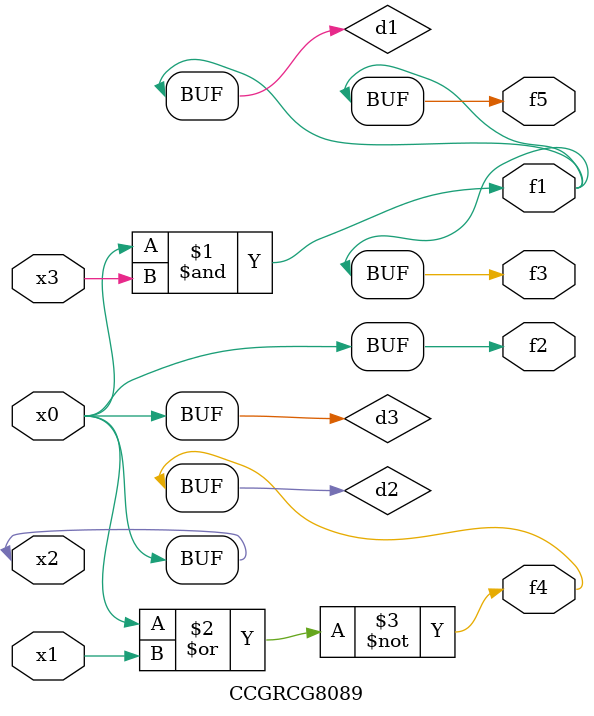
<source format=v>
module CCGRCG8089(
	input x0, x1, x2, x3,
	output f1, f2, f3, f4, f5
);

	wire d1, d2, d3;

	and (d1, x2, x3);
	nor (d2, x0, x1);
	buf (d3, x0, x2);
	assign f1 = d1;
	assign f2 = d3;
	assign f3 = d1;
	assign f4 = d2;
	assign f5 = d1;
endmodule

</source>
